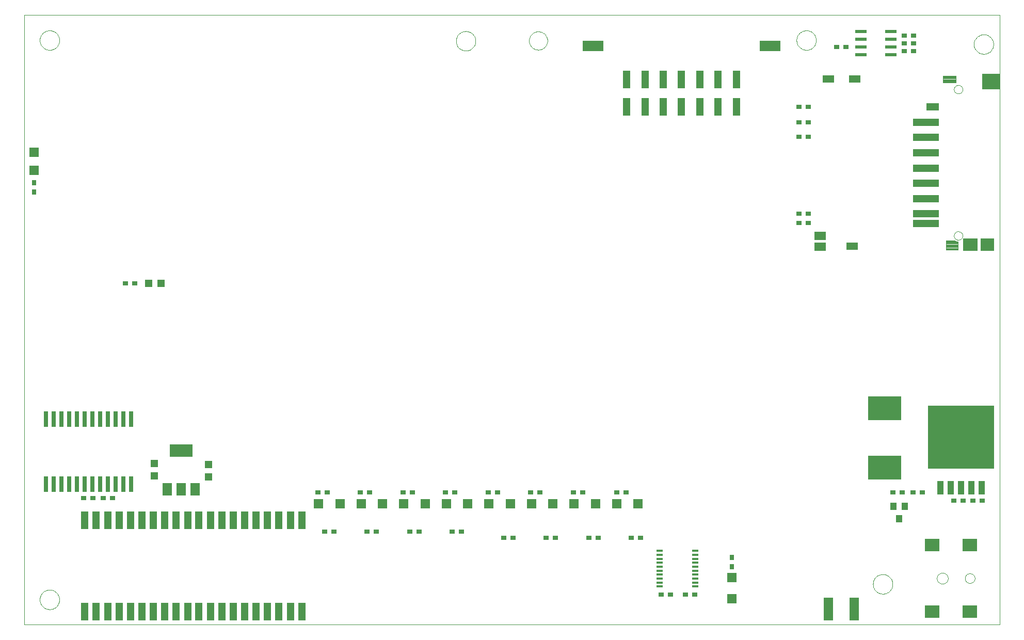
<source format=gtp>
G75*
G70*
%OFA0B0*%
%FSLAX24Y24*%
%IPPOS*%
%LPD*%
%AMOC8*
5,1,8,0,0,1.08239X$1,22.5*
%
%ADD10C,0.0000*%
%ADD11R,0.0866X0.0827*%
%ADD12R,0.0945X0.0827*%
%ADD13R,0.1142X0.1024*%
%ADD14R,0.0748X0.0512*%
%ADD15R,0.0768X0.0551*%
%ADD16R,0.1693X0.0472*%
%ADD17R,0.0787X0.0472*%
%ADD18C,0.0040*%
%ADD19R,0.0354X0.0315*%
%ADD20R,0.0591X0.0591*%
%ADD21R,0.0780X0.0210*%
%ADD22R,0.0315X0.0354*%
%ADD23R,0.0945X0.0787*%
%ADD24R,0.4252X0.4098*%
%ADD25R,0.0420X0.0850*%
%ADD26R,0.2126X0.1575*%
%ADD27R,0.0591X0.1457*%
%ADD28R,0.0472X0.1181*%
%ADD29R,0.0250X0.1000*%
%ADD30R,0.0590X0.0790*%
%ADD31R,0.1500X0.0790*%
%ADD32R,0.0512X0.0472*%
%ADD33R,0.0472X0.0512*%
%ADD34R,0.0390X0.0120*%
%ADD35R,0.0394X0.0500*%
%ADD36R,0.0500X0.1150*%
%ADD37R,0.1350X0.0650*%
D10*
X000750Y000400D02*
X000750Y039770D01*
X063742Y039770D01*
X063742Y000400D01*
X000750Y000400D01*
X001745Y002025D02*
X001747Y002075D01*
X001753Y002125D01*
X001763Y002174D01*
X001777Y002222D01*
X001794Y002269D01*
X001815Y002314D01*
X001840Y002358D01*
X001868Y002399D01*
X001900Y002438D01*
X001934Y002475D01*
X001971Y002509D01*
X002011Y002539D01*
X002053Y002566D01*
X002097Y002590D01*
X002143Y002611D01*
X002190Y002627D01*
X002238Y002640D01*
X002288Y002649D01*
X002337Y002654D01*
X002388Y002655D01*
X002438Y002652D01*
X002487Y002645D01*
X002536Y002634D01*
X002584Y002619D01*
X002630Y002601D01*
X002675Y002579D01*
X002718Y002553D01*
X002759Y002524D01*
X002798Y002492D01*
X002834Y002457D01*
X002866Y002419D01*
X002896Y002379D01*
X002923Y002336D01*
X002946Y002292D01*
X002965Y002246D01*
X002981Y002198D01*
X002993Y002149D01*
X003001Y002100D01*
X003005Y002050D01*
X003005Y002000D01*
X003001Y001950D01*
X002993Y001901D01*
X002981Y001852D01*
X002965Y001804D01*
X002946Y001758D01*
X002923Y001714D01*
X002896Y001671D01*
X002866Y001631D01*
X002834Y001593D01*
X002798Y001558D01*
X002759Y001526D01*
X002718Y001497D01*
X002675Y001471D01*
X002630Y001449D01*
X002584Y001431D01*
X002536Y001416D01*
X002487Y001405D01*
X002438Y001398D01*
X002388Y001395D01*
X002337Y001396D01*
X002288Y001401D01*
X002238Y001410D01*
X002190Y001423D01*
X002143Y001439D01*
X002097Y001460D01*
X002053Y001484D01*
X002011Y001511D01*
X001971Y001541D01*
X001934Y001575D01*
X001900Y001612D01*
X001868Y001651D01*
X001840Y001692D01*
X001815Y001736D01*
X001794Y001781D01*
X001777Y001828D01*
X001763Y001876D01*
X001753Y001925D01*
X001747Y001975D01*
X001745Y002025D01*
X055558Y003025D02*
X055560Y003075D01*
X055566Y003125D01*
X055576Y003174D01*
X055590Y003222D01*
X055607Y003269D01*
X055628Y003314D01*
X055653Y003358D01*
X055681Y003399D01*
X055713Y003438D01*
X055747Y003475D01*
X055784Y003509D01*
X055824Y003539D01*
X055866Y003566D01*
X055910Y003590D01*
X055956Y003611D01*
X056003Y003627D01*
X056051Y003640D01*
X056101Y003649D01*
X056150Y003654D01*
X056201Y003655D01*
X056251Y003652D01*
X056300Y003645D01*
X056349Y003634D01*
X056397Y003619D01*
X056443Y003601D01*
X056488Y003579D01*
X056531Y003553D01*
X056572Y003524D01*
X056611Y003492D01*
X056647Y003457D01*
X056679Y003419D01*
X056709Y003379D01*
X056736Y003336D01*
X056759Y003292D01*
X056778Y003246D01*
X056794Y003198D01*
X056806Y003149D01*
X056814Y003100D01*
X056818Y003050D01*
X056818Y003000D01*
X056814Y002950D01*
X056806Y002901D01*
X056794Y002852D01*
X056778Y002804D01*
X056759Y002758D01*
X056736Y002714D01*
X056709Y002671D01*
X056679Y002631D01*
X056647Y002593D01*
X056611Y002558D01*
X056572Y002526D01*
X056531Y002497D01*
X056488Y002471D01*
X056443Y002449D01*
X056397Y002431D01*
X056349Y002416D01*
X056300Y002405D01*
X056251Y002398D01*
X056201Y002395D01*
X056150Y002396D01*
X056101Y002401D01*
X056051Y002410D01*
X056003Y002423D01*
X055956Y002439D01*
X055910Y002460D01*
X055866Y002484D01*
X055824Y002511D01*
X055784Y002541D01*
X055747Y002575D01*
X055713Y002612D01*
X055681Y002651D01*
X055653Y002692D01*
X055628Y002736D01*
X055607Y002781D01*
X055590Y002828D01*
X055576Y002876D01*
X055566Y002925D01*
X055560Y002975D01*
X055558Y003025D01*
X059687Y003400D02*
X059689Y003437D01*
X059695Y003474D01*
X059704Y003509D01*
X059718Y003544D01*
X059734Y003577D01*
X059755Y003608D01*
X059778Y003637D01*
X059804Y003663D01*
X059833Y003686D01*
X059864Y003707D01*
X059897Y003723D01*
X059932Y003737D01*
X059967Y003746D01*
X060004Y003752D01*
X060041Y003754D01*
X060078Y003752D01*
X060115Y003746D01*
X060150Y003737D01*
X060185Y003723D01*
X060218Y003707D01*
X060249Y003686D01*
X060278Y003663D01*
X060304Y003637D01*
X060327Y003608D01*
X060348Y003577D01*
X060364Y003544D01*
X060378Y003509D01*
X060387Y003474D01*
X060393Y003437D01*
X060395Y003400D01*
X060393Y003363D01*
X060387Y003326D01*
X060378Y003291D01*
X060364Y003256D01*
X060348Y003223D01*
X060327Y003192D01*
X060304Y003163D01*
X060278Y003137D01*
X060249Y003114D01*
X060218Y003093D01*
X060185Y003077D01*
X060150Y003063D01*
X060115Y003054D01*
X060078Y003048D01*
X060041Y003046D01*
X060004Y003048D01*
X059967Y003054D01*
X059932Y003063D01*
X059897Y003077D01*
X059864Y003093D01*
X059833Y003114D01*
X059804Y003137D01*
X059778Y003163D01*
X059755Y003192D01*
X059734Y003223D01*
X059718Y003256D01*
X059704Y003291D01*
X059695Y003326D01*
X059689Y003363D01*
X059687Y003400D01*
X061498Y003400D02*
X061500Y003435D01*
X061506Y003470D01*
X061516Y003504D01*
X061529Y003537D01*
X061546Y003568D01*
X061567Y003596D01*
X061590Y003623D01*
X061617Y003646D01*
X061645Y003667D01*
X061676Y003684D01*
X061709Y003697D01*
X061743Y003707D01*
X061778Y003713D01*
X061813Y003715D01*
X061848Y003713D01*
X061883Y003707D01*
X061917Y003697D01*
X061950Y003684D01*
X061981Y003667D01*
X062009Y003646D01*
X062036Y003623D01*
X062059Y003596D01*
X062080Y003568D01*
X062097Y003537D01*
X062110Y003504D01*
X062120Y003470D01*
X062126Y003435D01*
X062128Y003400D01*
X062126Y003365D01*
X062120Y003330D01*
X062110Y003296D01*
X062097Y003263D01*
X062080Y003232D01*
X062059Y003204D01*
X062036Y003177D01*
X062009Y003154D01*
X061981Y003133D01*
X061950Y003116D01*
X061917Y003103D01*
X061883Y003093D01*
X061848Y003087D01*
X061813Y003085D01*
X061778Y003087D01*
X061743Y003093D01*
X061709Y003103D01*
X061676Y003116D01*
X061645Y003133D01*
X061617Y003154D01*
X061590Y003177D01*
X061567Y003204D01*
X061546Y003232D01*
X061529Y003263D01*
X061516Y003296D01*
X061506Y003330D01*
X061500Y003365D01*
X061498Y003400D01*
X060787Y025527D02*
X060789Y025560D01*
X060795Y025592D01*
X060804Y025623D01*
X060817Y025653D01*
X060834Y025681D01*
X060854Y025707D01*
X060877Y025731D01*
X060902Y025751D01*
X060930Y025769D01*
X060959Y025783D01*
X060990Y025793D01*
X061022Y025800D01*
X061055Y025803D01*
X061088Y025802D01*
X061120Y025797D01*
X061151Y025788D01*
X061182Y025776D01*
X061210Y025760D01*
X061237Y025741D01*
X061261Y025719D01*
X061282Y025694D01*
X061301Y025667D01*
X061316Y025638D01*
X061327Y025608D01*
X061335Y025576D01*
X061339Y025543D01*
X061339Y025511D01*
X061335Y025478D01*
X061327Y025446D01*
X061316Y025416D01*
X061301Y025387D01*
X061282Y025360D01*
X061261Y025335D01*
X061237Y025313D01*
X061210Y025294D01*
X061182Y025278D01*
X061151Y025266D01*
X061120Y025257D01*
X061088Y025252D01*
X061055Y025251D01*
X061022Y025254D01*
X060990Y025261D01*
X060959Y025271D01*
X060930Y025285D01*
X060902Y025303D01*
X060877Y025323D01*
X060854Y025347D01*
X060834Y025373D01*
X060817Y025401D01*
X060804Y025431D01*
X060795Y025462D01*
X060789Y025494D01*
X060787Y025527D01*
X060787Y034976D02*
X060789Y035009D01*
X060795Y035041D01*
X060804Y035072D01*
X060817Y035102D01*
X060834Y035130D01*
X060854Y035156D01*
X060877Y035180D01*
X060902Y035200D01*
X060930Y035218D01*
X060959Y035232D01*
X060990Y035242D01*
X061022Y035249D01*
X061055Y035252D01*
X061088Y035251D01*
X061120Y035246D01*
X061151Y035237D01*
X061182Y035225D01*
X061210Y035209D01*
X061237Y035190D01*
X061261Y035168D01*
X061282Y035143D01*
X061301Y035116D01*
X061316Y035087D01*
X061327Y035057D01*
X061335Y035025D01*
X061339Y034992D01*
X061339Y034960D01*
X061335Y034927D01*
X061327Y034895D01*
X061316Y034865D01*
X061301Y034836D01*
X061282Y034809D01*
X061261Y034784D01*
X061237Y034762D01*
X061210Y034743D01*
X061182Y034727D01*
X061151Y034715D01*
X061120Y034706D01*
X061088Y034701D01*
X061055Y034700D01*
X061022Y034703D01*
X060990Y034710D01*
X060959Y034720D01*
X060930Y034734D01*
X060902Y034752D01*
X060877Y034772D01*
X060854Y034796D01*
X060834Y034822D01*
X060817Y034850D01*
X060804Y034880D01*
X060795Y034911D01*
X060789Y034943D01*
X060787Y034976D01*
X062073Y037891D02*
X062075Y037941D01*
X062081Y037991D01*
X062091Y038040D01*
X062105Y038088D01*
X062122Y038135D01*
X062143Y038180D01*
X062168Y038224D01*
X062196Y038265D01*
X062228Y038304D01*
X062262Y038341D01*
X062299Y038375D01*
X062339Y038405D01*
X062381Y038432D01*
X062425Y038456D01*
X062471Y038477D01*
X062518Y038493D01*
X062566Y038506D01*
X062616Y038515D01*
X062665Y038520D01*
X062716Y038521D01*
X062766Y038518D01*
X062815Y038511D01*
X062864Y038500D01*
X062912Y038485D01*
X062958Y038467D01*
X063003Y038445D01*
X063046Y038419D01*
X063087Y038390D01*
X063126Y038358D01*
X063162Y038323D01*
X063194Y038285D01*
X063224Y038245D01*
X063251Y038202D01*
X063274Y038158D01*
X063293Y038112D01*
X063309Y038064D01*
X063321Y038015D01*
X063329Y037966D01*
X063333Y037916D01*
X063333Y037866D01*
X063329Y037816D01*
X063321Y037767D01*
X063309Y037718D01*
X063293Y037670D01*
X063274Y037624D01*
X063251Y037580D01*
X063224Y037537D01*
X063194Y037497D01*
X063162Y037459D01*
X063126Y037424D01*
X063087Y037392D01*
X063046Y037363D01*
X063003Y037337D01*
X062958Y037315D01*
X062912Y037297D01*
X062864Y037282D01*
X062815Y037271D01*
X062766Y037264D01*
X062716Y037261D01*
X062665Y037262D01*
X062616Y037267D01*
X062566Y037276D01*
X062518Y037289D01*
X062471Y037305D01*
X062425Y037326D01*
X062381Y037350D01*
X062339Y037377D01*
X062299Y037407D01*
X062262Y037441D01*
X062228Y037478D01*
X062196Y037517D01*
X062168Y037558D01*
X062143Y037602D01*
X062122Y037647D01*
X062105Y037694D01*
X062091Y037742D01*
X062081Y037791D01*
X062075Y037841D01*
X062073Y037891D01*
X050620Y038150D02*
X050622Y038200D01*
X050628Y038250D01*
X050638Y038299D01*
X050652Y038347D01*
X050669Y038394D01*
X050690Y038439D01*
X050715Y038483D01*
X050743Y038524D01*
X050775Y038563D01*
X050809Y038600D01*
X050846Y038634D01*
X050886Y038664D01*
X050928Y038691D01*
X050972Y038715D01*
X051018Y038736D01*
X051065Y038752D01*
X051113Y038765D01*
X051163Y038774D01*
X051212Y038779D01*
X051263Y038780D01*
X051313Y038777D01*
X051362Y038770D01*
X051411Y038759D01*
X051459Y038744D01*
X051505Y038726D01*
X051550Y038704D01*
X051593Y038678D01*
X051634Y038649D01*
X051673Y038617D01*
X051709Y038582D01*
X051741Y038544D01*
X051771Y038504D01*
X051798Y038461D01*
X051821Y038417D01*
X051840Y038371D01*
X051856Y038323D01*
X051868Y038274D01*
X051876Y038225D01*
X051880Y038175D01*
X051880Y038125D01*
X051876Y038075D01*
X051868Y038026D01*
X051856Y037977D01*
X051840Y037929D01*
X051821Y037883D01*
X051798Y037839D01*
X051771Y037796D01*
X051741Y037756D01*
X051709Y037718D01*
X051673Y037683D01*
X051634Y037651D01*
X051593Y037622D01*
X051550Y037596D01*
X051505Y037574D01*
X051459Y037556D01*
X051411Y037541D01*
X051362Y037530D01*
X051313Y037523D01*
X051263Y037520D01*
X051212Y037521D01*
X051163Y037526D01*
X051113Y037535D01*
X051065Y037548D01*
X051018Y037564D01*
X050972Y037585D01*
X050928Y037609D01*
X050886Y037636D01*
X050846Y037666D01*
X050809Y037700D01*
X050775Y037737D01*
X050743Y037776D01*
X050715Y037817D01*
X050690Y037861D01*
X050669Y037906D01*
X050652Y037953D01*
X050638Y038001D01*
X050628Y038050D01*
X050622Y038100D01*
X050620Y038150D01*
X033347Y038121D02*
X033349Y038169D01*
X033355Y038217D01*
X033365Y038264D01*
X033378Y038310D01*
X033396Y038355D01*
X033416Y038399D01*
X033441Y038441D01*
X033469Y038480D01*
X033499Y038517D01*
X033533Y038551D01*
X033570Y038583D01*
X033608Y038612D01*
X033649Y038637D01*
X033692Y038659D01*
X033737Y038677D01*
X033783Y038691D01*
X033830Y038702D01*
X033878Y038709D01*
X033926Y038712D01*
X033974Y038711D01*
X034022Y038706D01*
X034070Y038697D01*
X034116Y038685D01*
X034161Y038668D01*
X034205Y038648D01*
X034247Y038625D01*
X034287Y038598D01*
X034325Y038568D01*
X034360Y038535D01*
X034392Y038499D01*
X034422Y038461D01*
X034448Y038420D01*
X034470Y038377D01*
X034490Y038333D01*
X034505Y038288D01*
X034517Y038241D01*
X034525Y038193D01*
X034529Y038145D01*
X034529Y038097D01*
X034525Y038049D01*
X034517Y038001D01*
X034505Y037954D01*
X034490Y037909D01*
X034470Y037865D01*
X034448Y037822D01*
X034422Y037781D01*
X034392Y037743D01*
X034360Y037707D01*
X034325Y037674D01*
X034287Y037644D01*
X034247Y037617D01*
X034205Y037594D01*
X034161Y037574D01*
X034116Y037557D01*
X034070Y037545D01*
X034022Y037536D01*
X033974Y037531D01*
X033926Y037530D01*
X033878Y037533D01*
X033830Y037540D01*
X033783Y037551D01*
X033737Y037565D01*
X033692Y037583D01*
X033649Y037605D01*
X033608Y037630D01*
X033570Y037659D01*
X033533Y037691D01*
X033499Y037725D01*
X033469Y037762D01*
X033441Y037801D01*
X033416Y037843D01*
X033396Y037887D01*
X033378Y037932D01*
X033365Y037978D01*
X033355Y038025D01*
X033349Y038073D01*
X033347Y038121D01*
X028629Y038103D02*
X028631Y038153D01*
X028637Y038203D01*
X028647Y038252D01*
X028661Y038300D01*
X028678Y038347D01*
X028699Y038392D01*
X028724Y038436D01*
X028752Y038477D01*
X028784Y038516D01*
X028818Y038553D01*
X028855Y038587D01*
X028895Y038617D01*
X028937Y038644D01*
X028981Y038668D01*
X029027Y038689D01*
X029074Y038705D01*
X029122Y038718D01*
X029172Y038727D01*
X029221Y038732D01*
X029272Y038733D01*
X029322Y038730D01*
X029371Y038723D01*
X029420Y038712D01*
X029468Y038697D01*
X029514Y038679D01*
X029559Y038657D01*
X029602Y038631D01*
X029643Y038602D01*
X029682Y038570D01*
X029718Y038535D01*
X029750Y038497D01*
X029780Y038457D01*
X029807Y038414D01*
X029830Y038370D01*
X029849Y038324D01*
X029865Y038276D01*
X029877Y038227D01*
X029885Y038178D01*
X029889Y038128D01*
X029889Y038078D01*
X029885Y038028D01*
X029877Y037979D01*
X029865Y037930D01*
X029849Y037882D01*
X029830Y037836D01*
X029807Y037792D01*
X029780Y037749D01*
X029750Y037709D01*
X029718Y037671D01*
X029682Y037636D01*
X029643Y037604D01*
X029602Y037575D01*
X029559Y037549D01*
X029514Y037527D01*
X029468Y037509D01*
X029420Y037494D01*
X029371Y037483D01*
X029322Y037476D01*
X029272Y037473D01*
X029221Y037474D01*
X029172Y037479D01*
X029122Y037488D01*
X029074Y037501D01*
X029027Y037517D01*
X028981Y037538D01*
X028937Y037562D01*
X028895Y037589D01*
X028855Y037619D01*
X028818Y037653D01*
X028784Y037690D01*
X028752Y037729D01*
X028724Y037770D01*
X028699Y037814D01*
X028678Y037859D01*
X028661Y037906D01*
X028647Y037954D01*
X028637Y038003D01*
X028631Y038053D01*
X028629Y038103D01*
X001745Y038150D02*
X001747Y038200D01*
X001753Y038250D01*
X001763Y038299D01*
X001777Y038347D01*
X001794Y038394D01*
X001815Y038439D01*
X001840Y038483D01*
X001868Y038524D01*
X001900Y038563D01*
X001934Y038600D01*
X001971Y038634D01*
X002011Y038664D01*
X002053Y038691D01*
X002097Y038715D01*
X002143Y038736D01*
X002190Y038752D01*
X002238Y038765D01*
X002288Y038774D01*
X002337Y038779D01*
X002388Y038780D01*
X002438Y038777D01*
X002487Y038770D01*
X002536Y038759D01*
X002584Y038744D01*
X002630Y038726D01*
X002675Y038704D01*
X002718Y038678D01*
X002759Y038649D01*
X002798Y038617D01*
X002834Y038582D01*
X002866Y038544D01*
X002896Y038504D01*
X002923Y038461D01*
X002946Y038417D01*
X002965Y038371D01*
X002981Y038323D01*
X002993Y038274D01*
X003001Y038225D01*
X003005Y038175D01*
X003005Y038125D01*
X003001Y038075D01*
X002993Y038026D01*
X002981Y037977D01*
X002965Y037929D01*
X002946Y037883D01*
X002923Y037839D01*
X002896Y037796D01*
X002866Y037756D01*
X002834Y037718D01*
X002798Y037683D01*
X002759Y037651D01*
X002718Y037622D01*
X002675Y037596D01*
X002630Y037574D01*
X002584Y037556D01*
X002536Y037541D01*
X002487Y037530D01*
X002438Y037523D01*
X002388Y037520D01*
X002337Y037521D01*
X002288Y037526D01*
X002238Y037535D01*
X002190Y037548D01*
X002143Y037564D01*
X002097Y037585D01*
X002053Y037609D01*
X002011Y037636D01*
X001971Y037666D01*
X001934Y037700D01*
X001900Y037737D01*
X001868Y037776D01*
X001840Y037817D01*
X001815Y037861D01*
X001794Y037906D01*
X001777Y037953D01*
X001763Y038001D01*
X001753Y038050D01*
X001747Y038100D01*
X001745Y038150D01*
D11*
X062933Y024937D03*
D12*
X061850Y024937D03*
D13*
X063169Y035488D03*
D14*
X054389Y035646D03*
X052677Y035646D03*
X054212Y024858D03*
D15*
X052125Y024819D03*
X052125Y025527D03*
D16*
X058966Y026305D03*
X058966Y026945D03*
X058966Y027929D03*
X058966Y028913D03*
X058966Y029898D03*
X058966Y030882D03*
X058966Y031866D03*
X058966Y032850D03*
D17*
X059419Y033835D03*
D18*
X060079Y035430D02*
X060904Y035430D01*
X060904Y035861D01*
X060079Y035861D01*
X060079Y035430D01*
X060079Y035435D02*
X060904Y035435D01*
X060904Y035474D02*
X060079Y035474D01*
X060079Y035512D02*
X060904Y035512D01*
X060904Y035551D02*
X060079Y035551D01*
X060079Y035589D02*
X060904Y035589D01*
X060904Y035628D02*
X060079Y035628D01*
X060079Y035666D02*
X060904Y035666D01*
X060904Y035705D02*
X060079Y035705D01*
X060079Y035743D02*
X060904Y035743D01*
X060904Y035782D02*
X060079Y035782D01*
X060079Y035820D02*
X060904Y035820D01*
X060904Y035859D02*
X060079Y035859D01*
X060279Y025230D02*
X060809Y025230D01*
X060957Y025151D01*
X061026Y025151D01*
X061026Y024621D01*
X060279Y024621D01*
X060279Y025230D01*
X060279Y025194D02*
X060876Y025194D01*
X060948Y025156D02*
X060279Y025156D01*
X060279Y025117D02*
X061026Y025117D01*
X061026Y025079D02*
X060279Y025079D01*
X060279Y025040D02*
X061026Y025040D01*
X061026Y025002D02*
X060279Y025002D01*
X060279Y024963D02*
X061026Y024963D01*
X061026Y024925D02*
X060279Y024925D01*
X060279Y024886D02*
X061026Y024886D01*
X061026Y024848D02*
X060279Y024848D01*
X060279Y024809D02*
X061026Y024809D01*
X061026Y024771D02*
X060279Y024771D01*
X060279Y024732D02*
X061026Y024732D01*
X061026Y024694D02*
X060279Y024694D01*
X060279Y024655D02*
X061026Y024655D01*
D19*
X051363Y026338D03*
X050763Y026338D03*
X050763Y026963D03*
X051363Y026963D03*
X051363Y031900D03*
X050763Y031900D03*
X050763Y032838D03*
X051363Y032838D03*
X051363Y033838D03*
X050763Y033838D03*
X053200Y037713D03*
X053800Y037713D03*
X057575Y037963D03*
X057575Y037463D03*
X058175Y037463D03*
X058175Y037963D03*
X058175Y038463D03*
X057575Y038463D03*
X057425Y008963D03*
X056825Y008963D03*
X058138Y008963D03*
X058738Y008963D03*
X060763Y008400D03*
X061363Y008400D03*
X062013Y008400D03*
X062613Y008400D03*
X044050Y002338D03*
X043450Y002338D03*
X042488Y002338D03*
X041888Y002338D03*
X040550Y006025D03*
X039950Y006025D03*
X037800Y006025D03*
X037200Y006025D03*
X035050Y006025D03*
X034450Y006025D03*
X032300Y006025D03*
X031700Y006025D03*
X028988Y006400D03*
X028388Y006400D03*
X026238Y006400D03*
X025638Y006400D03*
X023488Y006400D03*
X022888Y006400D03*
X020738Y006400D03*
X020138Y006400D03*
X020300Y008963D03*
X019700Y008963D03*
X022450Y008963D03*
X023050Y008963D03*
X025200Y008963D03*
X025800Y008963D03*
X027950Y008963D03*
X028550Y008963D03*
X030700Y008963D03*
X031300Y008963D03*
X033450Y008963D03*
X034050Y008963D03*
X036200Y008963D03*
X036800Y008963D03*
X039013Y008963D03*
X039613Y008963D03*
X007863Y022463D03*
X007263Y022463D03*
X006425Y008588D03*
X005825Y008588D03*
X005175Y008588D03*
X004575Y008588D03*
D20*
X019749Y008213D03*
X021126Y008213D03*
X022499Y008213D03*
X023876Y008213D03*
X025249Y008213D03*
X026626Y008213D03*
X027999Y008213D03*
X029376Y008213D03*
X030749Y008213D03*
X032126Y008213D03*
X033499Y008213D03*
X034876Y008213D03*
X036249Y008213D03*
X037626Y008213D03*
X038999Y008213D03*
X040376Y008213D03*
X046438Y003464D03*
X046438Y002086D03*
X001375Y029749D03*
X001375Y030926D03*
D21*
X054780Y037213D03*
X054780Y037713D03*
X054780Y038213D03*
X054780Y038713D03*
X056720Y038713D03*
X056720Y038213D03*
X056720Y037713D03*
X056720Y037213D03*
D22*
X046438Y004763D03*
X046438Y004163D03*
X001375Y028350D03*
X001375Y028950D03*
D23*
X059372Y005565D03*
X061813Y005565D03*
X061813Y001235D03*
X059372Y001235D03*
D24*
X061250Y012525D03*
D25*
X061250Y009245D03*
X060580Y009245D03*
X059910Y009245D03*
X061920Y009245D03*
X062590Y009245D03*
D26*
X056313Y010533D03*
X056313Y014392D03*
D27*
X054327Y001400D03*
X052673Y001400D03*
D28*
X018668Y001260D03*
X017928Y001260D03*
X017188Y001260D03*
X016447Y001260D03*
X015707Y001260D03*
X014980Y001260D03*
X014240Y001260D03*
X013500Y001260D03*
X012760Y001260D03*
X012020Y001260D03*
X011293Y001260D03*
X010553Y001260D03*
X009813Y001260D03*
X009072Y001260D03*
X008332Y001260D03*
X007605Y001260D03*
X006865Y001260D03*
X006125Y001260D03*
X005385Y001260D03*
X004645Y001260D03*
X004645Y007165D03*
X005385Y007165D03*
X006125Y007165D03*
X006865Y007165D03*
X007605Y007165D03*
X008332Y007165D03*
X009072Y007165D03*
X009813Y007165D03*
X010553Y007165D03*
X011293Y007165D03*
X012020Y007165D03*
X012760Y007165D03*
X013500Y007165D03*
X014240Y007165D03*
X014980Y007165D03*
X015707Y007165D03*
X016447Y007165D03*
X017188Y007165D03*
X017928Y007165D03*
X018668Y007165D03*
D29*
X007625Y009491D03*
X007125Y009491D03*
X006625Y009491D03*
X006125Y009491D03*
X005625Y009491D03*
X005125Y009491D03*
X004625Y009491D03*
X004125Y009491D03*
X003625Y009491D03*
X003125Y009491D03*
X002625Y009491D03*
X002125Y009491D03*
X002125Y013684D03*
X002625Y013684D03*
X003125Y013684D03*
X003625Y013684D03*
X004125Y013684D03*
X004625Y013684D03*
X005125Y013684D03*
X005625Y013684D03*
X006125Y013684D03*
X006625Y013684D03*
X007125Y013684D03*
X007625Y013684D03*
D30*
X009985Y009160D03*
X010885Y009160D03*
X011785Y009160D03*
D31*
X010875Y011640D03*
D32*
X012625Y010738D03*
X012625Y009938D03*
X009125Y010000D03*
X009125Y010800D03*
D33*
X008788Y022463D03*
X009588Y022463D03*
D34*
X041789Y005177D03*
X041789Y004921D03*
X041789Y004665D03*
X041789Y004409D03*
X041789Y004153D03*
X041789Y003897D03*
X041789Y003641D03*
X041789Y003385D03*
X041789Y003129D03*
X041789Y002873D03*
X044086Y002873D03*
X044086Y003129D03*
X044086Y003385D03*
X044086Y003641D03*
X044086Y003897D03*
X044086Y004153D03*
X044086Y004409D03*
X044086Y004665D03*
X044086Y004921D03*
X044086Y005177D03*
D35*
X056876Y008044D03*
X057624Y008044D03*
X057250Y007256D03*
D36*
X046731Y033853D03*
X045550Y033853D03*
X044369Y033853D03*
X043188Y033853D03*
X042006Y033853D03*
X040825Y033853D03*
X039644Y033853D03*
X039644Y035625D03*
X040825Y035625D03*
X042006Y035625D03*
X043188Y035625D03*
X044369Y035625D03*
X045550Y035625D03*
X046731Y035625D03*
D37*
X048896Y037790D03*
X037479Y037790D03*
M02*

</source>
